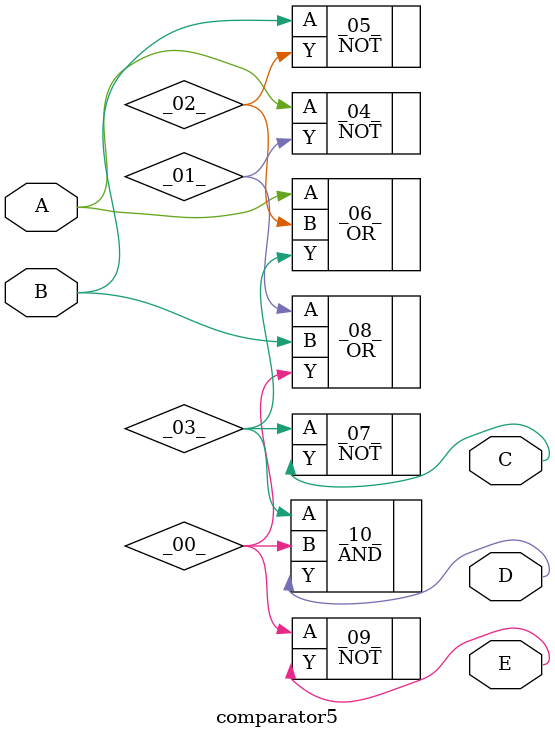
<source format=v>
/* Generated by Yosys 0.41+83 (git sha1 7045cf509, x86_64-w64-mingw32-g++ 13.2.1 -Os) */

/* cells_not_processed =  1  */
/* src = "comparator5.v:1.1-9.10" */
module comparator5(A, B, C, D, E);
  wire _00_;
  wire _01_;
  wire _02_;
  wire _03_;
  /* src = "comparator5.v:2.11-2.12" */
  input A;
  wire A;
  /* src = "comparator5.v:2.13-2.14" */
  input B;
  wire B;
  /* src = "comparator5.v:3.12-3.13" */
  output C;
  wire C;
  /* src = "comparator5.v:3.14-3.15" */
  output D;
  wire D;
  /* src = "comparator5.v:3.16-3.17" */
  output E;
  wire E;
  NOT _04_ (
    .A(A),
    .Y(_01_)
  );
  NOT _05_ (
    .A(B),
    .Y(_02_)
  );
  OR _06_ (
    .A(A),
    .B(_02_),
    .Y(_03_)
  );
  NOT _07_ (
    .A(_03_),
    .Y(C)
  );
  OR _08_ (
    .A(_01_),
    .B(B),
    .Y(_00_)
  );
  NOT _09_ (
    .A(_00_),
    .Y(E)
  );
  AND _10_ (
    .A(_03_),
    .B(_00_),
    .Y(D)
  );
endmodule

</source>
